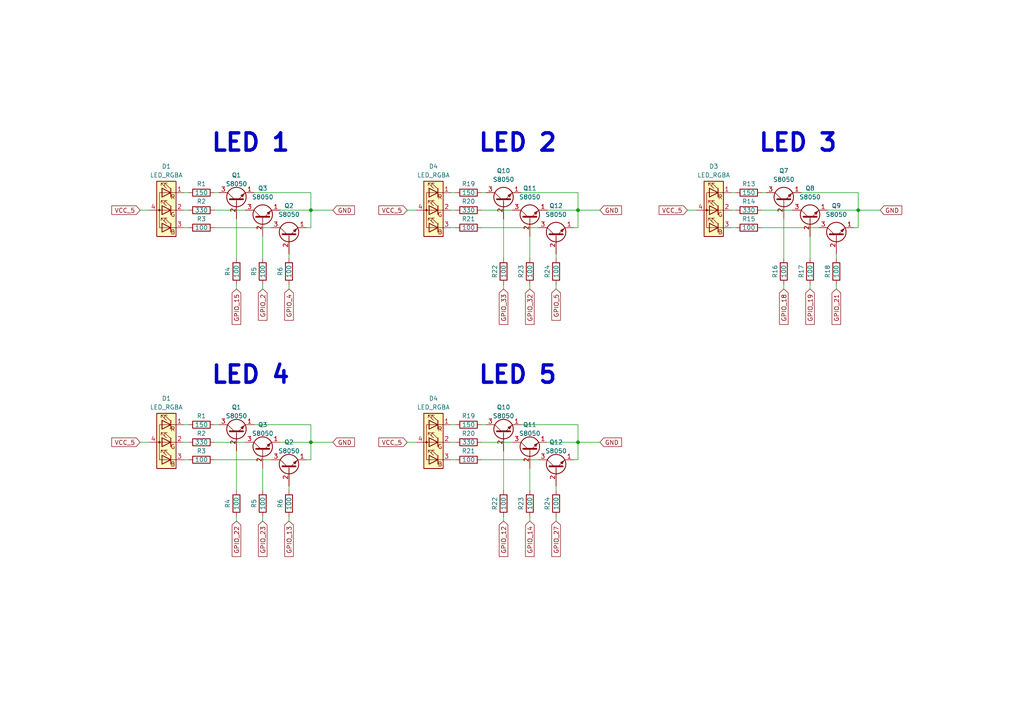
<source format=kicad_sch>
(kicad_sch (version 20230121) (generator eeschema)
  (paper "A4")
  (title_block (title "IOTV_id4 LEDS") (date "2023-07-24") (company "Вербкин М.С."))
  (lib_symbols
    (symbol "Device:LED_RGBA" (pin_names (offset 0) hide)
      (property "Reference" "D" (at 0 9.398 0))
      (property "Value" "LED_RGBA" (at 0 -8.89 0))
      (symbol "LED_RGBA_0_0"
        (text "B" (at -1.905 -6.35 0) (effects (font (size 1.27 1.27))))
        (text "G" (at -1.905 -1.27 0) (effects (font (size 1.27 1.27))))
        (text "R" (at -1.905 3.81 0) (effects (font (size 1.27 1.27))))
      )
      (symbol "LED_RGBA_0_1"
        (polyline (pts (xy -1.27 -5.08) (xy -2.54 -5.08)))
        (polyline (pts (xy -1.27 -5.08) (xy 1.27 -5.08)))
        (polyline (pts (xy -1.27 -3.81) (xy -1.27 -6.35)) (stroke (width 0.254)))
        (polyline (pts (xy -1.27 0) (xy -2.54 0)))
        (polyline (pts (xy -1.27 1.27) (xy -1.27 -1.27)) (stroke (width 0.254)))
        (polyline (pts (xy -1.27 5.08) (xy -2.54 5.08)))
        (polyline (pts (xy -1.27 5.08) (xy 1.27 5.08)))
        (polyline (pts (xy -1.27 6.35) (xy -1.27 3.81)) (stroke (width 0.254)))
        (polyline (pts (xy 1.27 0) (xy -1.27 0)))
        (polyline (pts (xy 1.27 0) (xy 2.54 0)))
        (polyline (pts (xy -1.27 1.27) (xy -1.27 -1.27) (xy -1.27 -1.27)))
        (polyline (pts (xy -1.27 6.35) (xy -1.27 3.81) (xy -1.27 3.81)))
        (polyline (pts (xy 1.27 -5.08) (xy 2.032 -5.08) (xy 2.032 5.08) (xy 1.27 5.08)))
        (polyline (pts (xy 1.27 -3.81) (xy 1.27 -6.35) (xy -1.27 -5.08) (xy 1.27 -3.81)) (stroke (width 0.254)))
        (polyline (pts (xy 1.27 1.27) (xy 1.27 -1.27) (xy -1.27 0) (xy 1.27 1.27)) (stroke (width 0.254)))
        (polyline (pts (xy 1.27 6.35) (xy 1.27 3.81) (xy -1.27 5.08) (xy 1.27 6.35)) (stroke (width 0.254)))
        (polyline (pts (xy -1.016 -3.81) (xy 0.508 -2.286) (xy -0.254 -2.286) (xy 0.508 -2.286) (xy 0.508 -3.048)))
        (polyline (pts (xy -1.016 1.27) (xy 0.508 2.794) (xy -0.254 2.794) (xy 0.508 2.794) (xy 0.508 2.032)))
        (polyline (pts (xy -1.016 6.35) (xy 0.508 7.874) (xy -0.254 7.874) (xy 0.508 7.874) (xy 0.508 7.112)))
        (polyline (pts (xy 0 -3.81) (xy 1.524 -2.286) (xy 0.762 -2.286) (xy 1.524 -2.286) (xy 1.524 -3.048)))
        (polyline (pts (xy 0 1.27) (xy 1.524 2.794) (xy 0.762 2.794) (xy 1.524 2.794) (xy 1.524 2.032)))
        (polyline (pts (xy 0 6.35) (xy 1.524 7.874) (xy 0.762 7.874) (xy 1.524 7.874) (xy 1.524 7.112)))
        (rectangle (start 1.27 -1.27) (end 1.27 1.27))
        (rectangle (start 1.27 1.27) (end 1.27 1.27))
        (rectangle (start 1.27 3.81) (end 1.27 6.35))
        (rectangle (start 1.27 6.35) (end 1.27 6.35))
        (circle (center 2.032 0) (radius 0.254) (fill (type outline)))
        (rectangle (start 2.794 8.382) (end -2.794 -7.62) (stroke (width 0.254)) (fill (type background)))
      )
      (symbol "LED_RGBA_1_1"
        (pin passive line (at -5.08 5.08 0) (length 2.54) (name "RK") (number "1"))
        (pin passive line (at -5.08 0 0) (length 2.54) (name "GK") (number "2"))
        (pin passive line (at -5.08 -5.08 0) (length 2.54) (name "BK") (number "3"))
        (pin passive line (at 5.08 0 180) (length 2.54) (name "A") (number "4"))
      )
    )
    (symbol "Device:R" (pin_numbers hide) (pin_names (offset 0))
      (property "Reference" "R" (at 2.032 0 90))
      (property "Value" "R" (at 0 0 90))
      (symbol "R_0_1"
        (rectangle (start -1.016 -2.54) (end 1.016 2.54) (stroke (width 0.254)))
      )
      (symbol "R_1_1"
        (pin passive line (at 0 3.81 270) (length 1.27) (name "~") (number "1"))
        (pin passive line (at 0 -3.81 90) (length 1.27) (name "~") (number "2"))
      )
    )
    (symbol "Transistor_BJT:S8050" (pin_names (offset 0) hide)
      (property "Reference" "Q" (at 5.08 1.905 0))
      (property "Value" "S8050" (at 5.08 0 0))
      (symbol "S8050_0_1"
        (polyline (pts (xy 0 0) (xy 0.635 0)))
        (polyline (pts (xy 0.635 0.635) (xy 2.54 2.54)))
        (polyline (pts (xy 0.635 -0.635) (xy 2.54 -2.54) (xy 2.54 -2.54)))
        (polyline (pts (xy 0.635 1.905) (xy 0.635 -1.905) (xy 0.635 -1.905)) (stroke (width 0.508)))
        (polyline (pts (xy 1.27 -1.778) (xy 1.778 -1.27) (xy 2.286 -2.286) (xy 1.27 -1.778) (xy 1.27 -1.778)) (fill (type outline)))
        (circle (center 1.27 0) (radius 2.8194) (stroke (width 0.254)))
      )
      (symbol "S8050_1_1"
        (pin passive line (at 2.54 -5.08 90) (length 2.54) (name "E") (number "1"))
        (pin input line (at -5.08 0 0) (length 5.08) (name "B") (number "2"))
        (pin passive line (at 2.54 5.08 270) (length 2.54) (name "C") (number "3"))
      )
    )
  )
  (junction (at 167.64 60.96))
  (junction (at 90.17 128.27))
  (junction (at 167.64 128.27))
  (junction (at 248.92 60.96))
  (junction (at 90.17 60.96))
  (wire (pts (xy 167.64 55.88) (xy 167.64 60.96)))
  (wire (pts (xy 167.64 60.96) (xy 173.99 60.96)))
  (wire (pts (xy 40.64 60.96) (xy 43.18 60.96)))
  (wire (pts (xy 62.23 60.96) (xy 71.12 60.96)))
  (wire (pts (xy 76.2 149.86) (xy 76.2 151.13)))
  (wire (pts (xy 139.7 123.19) (xy 140.97 123.19)))
  (wire (pts (xy 146.05 130.81) (xy 146.05 142.24)))
  (wire (pts (xy 248.92 55.88) (xy 248.92 60.96)))
  (wire (pts (xy 139.7 60.96) (xy 148.59 60.96)))
  (wire (pts (xy 81.28 128.27) (xy 90.17 128.27)))
  (wire (pts (xy 167.64 128.27) (xy 167.64 133.35)))
  (wire (pts (xy 62.23 123.19) (xy 63.5 123.19)))
  (wire (pts (xy 240.03 60.96) (xy 248.92 60.96)))
  (wire (pts (xy 220.98 66.04) (xy 237.49 66.04)))
  (wire (pts (xy 62.23 128.27) (xy 71.12 128.27)))
  (wire (pts (xy 139.7 55.88) (xy 140.97 55.88)))
  (wire (pts (xy 40.64 128.27) (xy 43.18 128.27)))
  (wire (pts (xy 242.57 73.66) (xy 242.57 74.93)))
  (wire (pts (xy 220.98 60.96) (xy 229.87 60.96)))
  (wire (pts (xy 242.57 82.55) (xy 242.57 83.82)))
  (wire (pts (xy 212.09 60.96) (xy 213.36 60.96)))
  (wire (pts (xy 146.05 82.55) (xy 146.05 83.82)))
  (wire (pts (xy 167.64 123.19) (xy 167.64 128.27)))
  (wire (pts (xy 167.64 60.96) (xy 167.64 66.04)))
  (wire (pts (xy 83.82 149.86) (xy 83.82 151.13)))
  (wire (pts (xy 83.82 73.66) (xy 83.82 74.93)))
  (wire (pts (xy 161.29 149.86) (xy 161.29 151.13)))
  (wire (pts (xy 227.33 82.55) (xy 227.33 83.82)))
  (wire (pts (xy 130.81 123.19) (xy 132.08 123.19)))
  (wire (pts (xy 158.75 60.96) (xy 167.64 60.96)))
  (wire (pts (xy 212.09 66.04) (xy 213.36 66.04)))
  (wire (pts (xy 68.58 130.81) (xy 68.58 142.24)))
  (wire (pts (xy 161.29 73.66) (xy 161.29 74.93)))
  (wire (pts (xy 76.2 135.89) (xy 76.2 142.24)))
  (wire (pts (xy 167.64 66.04) (xy 166.37 66.04)))
  (wire (pts (xy 220.98 55.88) (xy 222.25 55.88)))
  (wire (pts (xy 76.2 82.55) (xy 76.2 83.82)))
  (wire (pts (xy 53.34 55.88) (xy 54.61 55.88)))
  (wire (pts (xy 234.95 82.55) (xy 234.95 83.82)))
  (wire (pts (xy 146.05 149.86) (xy 146.05 151.13)))
  (wire (pts (xy 161.29 82.55) (xy 161.29 83.82)))
  (wire (pts (xy 151.13 55.88) (xy 167.64 55.88)))
  (wire (pts (xy 167.64 133.35) (xy 166.37 133.35)))
  (wire (pts (xy 130.81 133.35) (xy 132.08 133.35)))
  (wire (pts (xy 90.17 60.96) (xy 90.17 66.04)))
  (wire (pts (xy 151.13 123.19) (xy 167.64 123.19)))
  (wire (pts (xy 158.75 128.27) (xy 167.64 128.27)))
  (wire (pts (xy 68.58 82.55) (xy 68.58 83.82)))
  (wire (pts (xy 234.95 68.58) (xy 234.95 74.93)))
  (wire (pts (xy 90.17 133.35) (xy 88.9 133.35)))
  (wire (pts (xy 90.17 60.96) (xy 96.52 60.96)))
  (wire (pts (xy 227.33 63.5) (xy 227.33 74.93)))
  (wire (pts (xy 118.11 60.96) (xy 120.65 60.96)))
  (wire (pts (xy 73.66 55.88) (xy 90.17 55.88)))
  (wire (pts (xy 81.28 60.96) (xy 90.17 60.96)))
  (wire (pts (xy 68.58 149.86) (xy 68.58 151.13)))
  (wire (pts (xy 248.92 60.96) (xy 248.92 66.04)))
  (wire (pts (xy 68.58 63.5) (xy 68.58 74.93)))
  (wire (pts (xy 118.11 128.27) (xy 120.65 128.27)))
  (wire (pts (xy 83.82 140.97) (xy 83.82 142.24)))
  (wire (pts (xy 90.17 128.27) (xy 90.17 133.35)))
  (wire (pts (xy 53.34 133.35) (xy 54.61 133.35)))
  (wire (pts (xy 153.67 82.55) (xy 153.67 83.82)))
  (wire (pts (xy 73.66 123.19) (xy 90.17 123.19)))
  (wire (pts (xy 53.34 128.27) (xy 54.61 128.27)))
  (wire (pts (xy 90.17 123.19) (xy 90.17 128.27)))
  (wire (pts (xy 130.81 66.04) (xy 132.08 66.04)))
  (wire (pts (xy 53.34 60.96) (xy 54.61 60.96)))
  (wire (pts (xy 83.82 82.55) (xy 83.82 83.82)))
  (wire (pts (xy 90.17 128.27) (xy 96.52 128.27)))
  (wire (pts (xy 232.41 55.88) (xy 248.92 55.88)))
  (wire (pts (xy 130.81 60.96) (xy 132.08 60.96)))
  (wire (pts (xy 153.67 135.89) (xy 153.67 142.24)))
  (wire (pts (xy 139.7 66.04) (xy 156.21 66.04)))
  (wire (pts (xy 53.34 123.19) (xy 54.61 123.19)))
  (wire (pts (xy 53.34 66.04) (xy 54.61 66.04)))
  (wire (pts (xy 130.81 128.27) (xy 132.08 128.27)))
  (wire (pts (xy 153.67 149.86) (xy 153.67 151.13)))
  (wire (pts (xy 139.7 128.27) (xy 148.59 128.27)))
  (wire (pts (xy 199.39 60.96) (xy 201.93 60.96)))
  (wire (pts (xy 248.92 60.96) (xy 255.27 60.96)))
  (wire (pts (xy 212.09 55.88) (xy 213.36 55.88)))
  (wire (pts (xy 62.23 66.04) (xy 78.74 66.04)))
  (wire (pts (xy 167.64 128.27) (xy 173.99 128.27)))
  (wire (pts (xy 139.7 133.35) (xy 156.21 133.35)))
  (wire (pts (xy 62.23 133.35) (xy 78.74 133.35)))
  (wire (pts (xy 90.17 55.88) (xy 90.17 60.96)))
  (wire (pts (xy 62.23 55.88) (xy 63.5 55.88)))
  (wire (pts (xy 90.17 66.04) (xy 88.9 66.04)))
  (wire (pts (xy 161.29 140.97) (xy 161.29 142.24)))
  (wire (pts (xy 146.05 63.5) (xy 146.05 74.93)))
  (wire (pts (xy 130.81 55.88) (xy 132.08 55.88)))
  (wire (pts (xy 248.92 66.04) (xy 247.65 66.04)))
  (wire (pts (xy 76.2 68.58) (xy 76.2 74.93)))
  (wire (pts (xy 153.67 68.58) (xy 153.67 74.93)))
  (text "LED 1" (at 60.96 44.45 0) (effects (font (size 5 5) (thickness 1) bold) (justify left bottom)))
  (text "LED 5" (at 138.43 111.76 0) (effects (font (size 5 5) (thickness 1) bold) (justify left bottom)))
  (text "LED 3" (at 219.71 44.45 0) (effects (font (size 5 5) (thickness 1) bold) (justify left bottom)))
  (text "LED 4" (at 60.96 111.76 0) (effects (font (size 5 5) (thickness 1) bold) (justify left bottom)))
  (text "LED 2" (at 138.43 44.45 0) (effects (font (size 5 5) (thickness 1) bold) (justify left bottom)))
  (global_label "GPIO_12" (shape input) (at 146.05 151.13 270) (property "Intersheetrefs" "${INTERSHEET_REFS}" (effects hide)))
  (global_label "GPIO_18" (shape input) (at 227.33 83.82 270) (property "Intersheetrefs" "${INTERSHEET_REFS}" (effects hide)))
  (global_label "GPIO_4" (shape input) (at 83.82 83.82 270) (property "Intersheetrefs" "${INTERSHEET_REFS}" (effects hide)))
  (global_label "GND" (shape input) (at 173.99 60.96 0) (property "Intersheetrefs" "${INTERSHEET_REFS}" (effects hide)))
  (global_label "GPIO_15" (shape input) (at 68.58 83.82 270) (property "Intersheetrefs" "${INTERSHEET_REFS}" (effects hide)))
  (global_label "GPIO_32" (shape input) (at 153.67 83.82 270) (property "Intersheetrefs" "${INTERSHEET_REFS}" (effects hide)))
  (global_label "GPIO_14" (shape input) (at 153.67 151.13 270) (property "Intersheetrefs" "${INTERSHEET_REFS}" (effects hide)))
  (global_label "GND" (shape input) (at 173.99 128.27 0) (property "Intersheetrefs" "${INTERSHEET_REFS}" (effects hide)))
  (global_label "GND" (shape input) (at 96.52 60.96 0) (property "Intersheetrefs" "${INTERSHEET_REFS}" (effects hide)))
  (global_label "VCC_5" (shape input) (at 40.64 128.27 180) (property "Intersheetrefs" "${INTERSHEET_REFS}" (effects hide)))
  (global_label "GPIO_19" (shape input) (at 234.95 83.82 270) (property "Intersheetrefs" "${INTERSHEET_REFS}" (effects hide)))
  (global_label "GPIO_27" (shape input) (at 161.29 151.13 270) (property "Intersheetrefs" "${INTERSHEET_REFS}" (effects hide)))
  (global_label "GPIO_21" (shape input) (at 242.57 83.82 270) (property "Intersheetrefs" "${INTERSHEET_REFS}" (effects hide)))
  (global_label "GPIO_2" (shape input) (at 76.2 83.82 270) (property "Intersheetrefs" "${INTERSHEET_REFS}" (effects hide)))
  (global_label "GND" (shape input) (at 96.52 128.27 0) (property "Intersheetrefs" "${INTERSHEET_REFS}" (effects hide)))
  (global_label "VCC_5" (shape input) (at 118.11 60.96 180) (property "Intersheetrefs" "${INTERSHEET_REFS}" (effects hide)))
  (global_label "VCC_5" (shape input) (at 118.11 128.27 180) (property "Intersheetrefs" "${INTERSHEET_REFS}" (effects hide)))
  (global_label "GPIO_5" (shape input) (at 161.29 83.82 270) (property "Intersheetrefs" "${INTERSHEET_REFS}" (effects hide)))
  (global_label "GPIO_23" (shape input) (at 76.2 151.13 270) (property "Intersheetrefs" "${INTERSHEET_REFS}" (effects hide)))
  (global_label "GPIO_22" (shape input) (at 68.58 151.13 270) (property "Intersheetrefs" "${INTERSHEET_REFS}" (effects hide)))
  (global_label "VCC_5" (shape input) (at 199.39 60.96 180) (property "Intersheetrefs" "${INTERSHEET_REFS}" (effects hide)))
  (global_label "VCC_5" (shape input) (at 40.64 60.96 180) (property "Intersheetrefs" "${INTERSHEET_REFS}" (effects hide)))
  (global_label "GPIO_13" (shape input) (at 83.82 151.13 270) (property "Intersheetrefs" "${INTERSHEET_REFS}" (effects hide)))
  (global_label "GPIO_33" (shape input) (at 146.05 83.82 270) (property "Intersheetrefs" "${INTERSHEET_REFS}" (effects hide)))
  (global_label "GND" (shape input) (at 255.27 60.96 0) (property "Intersheetrefs" "${INTERSHEET_REFS}" (effects hide)))
  (symbol (lib_id "Device:R") (at 135.89 133.35 90) (unit 1)
    (property "Reference" "R21" (at 135.89 130.81 90))
    (property "Value" "100" (at 135.89 133.35 90))
    (property "Footprint" "Resistor_SMD:R_1206_3216Metric" (effects hide))
    (property "Sim.Device" "R" (effects hide))
    (property "Sim.Pins" "1=+ 2=-" (effects hide))
    (instances (project "id4" (path "" (reference "R21") (unit 1)) (path "" (reference "R27") (unit 1))))
  )
  (symbol (lib_id "Device:LED_RGBA") (at 48.26 128.27 0) (mirror y) (unit 1)
    (property "Reference" "D1" (at 48.26 115.57 0))
    (property "Value" "LED_RGBA" (at 48.26 118.11 0))
    (property "Footprint" "LED_THT:LED_D5.0mm-4_RGB" (effects hide))
    (property "Sim.Device" "R" (effects hide))
    (property "Sim.Pins" "1=+ 2=-" (effects hide))
    (property "Sim.Params" "r=\"\"" (effects hide))
    (instances (project "id4" (path "" (reference "D1") (unit 1)) (path "" (reference "D4") (unit 1))))
  )
  (symbol (lib_id "Transistor_BJT:S8050") (at 227.33 58.42 90) (unit 1)
    (property "Reference" "Q7" (at 227.33 49.53 90))
    (property "Value" "S8050" (at 227.33 52.07 90))
    (property "Footprint" "Package_TO_SOT_SMD:SOT-23" (effects hide))
    (property "Datasheet" "http://www.unisonic.com.tw/datasheet/S8050.pdf" (effects hide))
    (property "Sim.Device" "NPN" (effects hide))
    (property "Sim.Type" "VBIC" (effects hide))
    (property "Sim.Pins" "1=C 2=B 3=E" (effects hide))
  )
  (symbol (lib_id "Device:R") (at 58.42 128.27 90) (unit 1)
    (property "Reference" "R2" (at 58.42 125.73 90))
    (property "Value" "330" (at 58.42 128.27 90))
    (property "Footprint" "Resistor_SMD:R_1206_3216Metric" (effects hide))
    (instances (project "id4" (path "" (reference "R2") (unit 1)) (path "" (reference "R8") (unit 1))))
  )
  (symbol (lib_id "Device:R") (at 161.29 146.05 180) (unit 1)
    (property "Reference" "R24" (at 158.75 146.05 90))
    (property "Value" "100" (at 161.29 146.05 90))
    (property "Footprint" "Resistor_SMD:R_1206_3216Metric" (effects hide))
    (property "Sim.Device" "R" (effects hide))
    (property "Sim.Pins" "1=+ 2=-" (effects hide))
    (instances (project "id4" (path "" (reference "R24") (unit 1)) (path "" (reference "R30") (unit 1))))
  )
  (symbol (lib_id "Transistor_BJT:S8050") (at 161.29 135.89 90) (unit 1)
    (property "Reference" "Q12" (at 161.29 128.27 90))
    (property "Value" "S8050" (at 161.29 130.81 90))
    (property "Footprint" "Package_TO_SOT_SMD:SOT-23" (effects hide))
    (property "Datasheet" "http://www.unisonic.com.tw/datasheet/S8050.pdf" (effects hide))
    (property "Sim.Device" "NPN" (effects hide))
    (property "Sim.Type" "VBIC" (effects hide))
    (property "Sim.Pins" "1=C 2=B 3=E" (effects hide))
    (instances (project "id4" (path "" (reference "Q12") (unit 1)) (path "" (reference "Q15") (unit 1))))
  )
  (symbol (lib_id "Device:R") (at 83.82 78.74 180) (unit 1)
    (property "Reference" "R6" (at 81.28 78.74 90))
    (property "Value" "100" (at 83.82 78.74 90))
    (property "Footprint" "Resistor_SMD:R_1206_3216Metric" (effects hide))
    (property "Sim.Device" "R" (effects hide))
    (property "Sim.Pins" "1=+ 2=-" (effects hide))
  )
  (symbol (lib_id "Device:R") (at 58.42 123.19 90) (unit 1)
    (property "Reference" "R1" (at 58.42 120.65 90))
    (property "Value" "150" (at 58.42 123.19 90))
    (property "Footprint" "Resistor_SMD:R_1206_3216Metric" (effects hide))
    (instances (project "id4" (path "" (reference "R1") (unit 1)) (path "" (reference "R7") (unit 1))))
  )
  (symbol (lib_id "Device:R") (at 217.17 66.04 90) (unit 1)
    (property "Reference" "R15" (at 217.17 63.5 90))
    (property "Value" "100" (at 217.17 66.04 90))
    (property "Footprint" "Resistor_SMD:R_1206_3216Metric" (effects hide))
    (property "Sim.Device" "R" (effects hide))
    (property "Sim.Pins" "1=+ 2=-" (effects hide))
  )
  (symbol (lib_id "Device:R") (at 135.89 55.88 90) (unit 1)
    (property "Reference" "R19" (at 135.89 53.34 90))
    (property "Value" "150" (at 135.89 55.88 90))
    (property "Footprint" "Resistor_SMD:R_1206_3216Metric" (effects hide))
  )
  (symbol (lib_id "Device:LED_RGBA") (at 125.73 128.27 0) (mirror y) (unit 1)
    (property "Reference" "D4" (at 125.73 115.57 0))
    (property "Value" "LED_RGBA" (at 125.73 118.11 0))
    (property "Footprint" "LED_THT:LED_D5.0mm-4_RGB" (effects hide))
    (property "Sim.Device" "R" (effects hide))
    (property "Sim.Pins" "1=+ 2=-" (effects hide))
    (property "Sim.Params" "r=\"\"" (effects hide))
    (instances (project "id4" (path "" (reference "D4") (unit 1)) (path "" (reference "D5") (unit 1))))
  )
  (symbol (lib_id "Device:R") (at 76.2 78.74 180) (unit 1)
    (property "Reference" "R5" (at 73.66 78.74 90))
    (property "Value" "100" (at 76.2 78.74 90))
    (property "Footprint" "Resistor_SMD:R_1206_3216Metric" (effects hide))
  )
  (symbol (lib_id "Device:R") (at 58.42 55.88 90) (unit 1)
    (property "Reference" "R1" (at 58.42 53.34 90))
    (property "Value" "150" (at 58.42 55.88 90))
    (property "Footprint" "Resistor_SMD:R_1206_3216Metric" (effects hide))
  )
  (symbol (lib_id "Transistor_BJT:S8050") (at 68.58 125.73 90) (unit 1)
    (property "Reference" "Q1" (at 68.58 118.11 90))
    (property "Value" "S8050" (at 68.58 120.65 90))
    (property "Footprint" "Package_TO_SOT_SMD:SOT-23" (effects hide))
    (property "Datasheet" "http://www.unisonic.com.tw/datasheet/S8050.pdf" (effects hide))
    (property "Sim.Device" "NPN" (effects hide))
    (property "Sim.Type" "VBIC" (effects hide))
    (property "Sim.Pins" "1=C 2=B 3=E" (effects hide))
    (instances (project "id4" (path "" (reference "Q1") (unit 1)) (path "" (reference "Q4") (unit 1))))
  )
  (symbol (lib_id "Transistor_BJT:S8050") (at 76.2 130.81 90) (unit 1)
    (property "Reference" "Q3" (at 76.2 123.19 90))
    (property "Value" "S8050" (at 76.2 125.73 90))
    (property "Footprint" "Package_TO_SOT_SMD:SOT-23" (effects hide))
    (property "Datasheet" "http://www.unisonic.com.tw/datasheet/S8050.pdf" (effects hide))
    (property "Sim.Device" "NPN" (effects hide))
    (property "Sim.Type" "VBIC" (effects hide))
    (property "Sim.Pins" "1=C 2=B 3=E" (effects hide))
    (instances (project "id4" (path "" (reference "Q3") (unit 1)) (path "" (reference "Q5") (unit 1))))
  )
  (symbol (lib_id "Transistor_BJT:S8050") (at 68.58 58.42 90) (unit 1)
    (property "Reference" "Q1" (at 68.58 50.8 90))
    (property "Value" "S8050" (at 68.58 53.34 90))
    (property "Footprint" "Package_TO_SOT_SMD:SOT-23" (effects hide))
    (property "Datasheet" "http://www.unisonic.com.tw/datasheet/S8050.pdf" (effects hide))
    (property "Sim.Device" "NPN" (effects hide))
    (property "Sim.Type" "VBIC" (effects hide))
    (property "Sim.Pins" "1=C 2=B 3=E" (effects hide))
  )
  (symbol (lib_id "Transistor_BJT:S8050") (at 146.05 58.42 90) (unit 1)
    (property "Reference" "Q10" (at 146.05 49.53 90))
    (property "Value" "S8050" (at 146.05 52.07 90))
    (property "Footprint" "Package_TO_SOT_SMD:SOT-23" (effects hide))
    (property "Datasheet" "http://www.unisonic.com.tw/datasheet/S8050.pdf" (effects hide))
    (property "Sim.Device" "NPN" (effects hide))
    (property "Sim.Type" "VBIC" (effects hide))
    (property "Sim.Pins" "1=C 2=B 3=E" (effects hide))
  )
  (symbol (lib_id "Device:R") (at 146.05 146.05 180) (unit 1)
    (property "Reference" "R22" (at 143.51 146.05 90))
    (property "Value" "100" (at 146.05 146.05 90))
    (property "Footprint" "Resistor_SMD:R_1206_3216Metric" (effects hide))
    (instances (project "id4" (path "" (reference "R22") (unit 1)) (path "" (reference "R28") (unit 1))))
  )
  (symbol (lib_id "Device:R") (at 68.58 146.05 180) (unit 1)
    (property "Reference" "R4" (at 66.04 146.05 90))
    (property "Value" "100" (at 68.58 146.05 90))
    (property "Footprint" "Resistor_SMD:R_1206_3216Metric" (effects hide))
    (instances (project "id4" (path "" (reference "R4") (unit 1)) (path "" (reference "R10") (unit 1))))
  )
  (symbol (lib_id "Device:R") (at 135.89 128.27 90) (unit 1)
    (property "Reference" "R20" (at 135.89 125.73 90))
    (property "Value" "330" (at 135.89 128.27 90))
    (property "Footprint" "Resistor_SMD:R_1206_3216Metric" (effects hide))
    (instances (project "id4" (path "" (reference "R20") (unit 1)) (path "" (reference "R26") (unit 1))))
  )
  (symbol (lib_id "Device:R") (at 58.42 66.04 90) (unit 1)
    (property "Reference" "R3" (at 58.42 63.5 90))
    (property "Value" "100" (at 58.42 66.04 90))
    (property "Footprint" "Resistor_SMD:R_1206_3216Metric" (effects hide))
    (property "Sim.Device" "R" (effects hide))
    (property "Sim.Pins" "1=+ 2=-" (effects hide))
  )
  (symbol (lib_id "Transistor_BJT:S8050") (at 83.82 68.58 90) (unit 1)
    (property "Reference" "Q2" (at 83.82 59.69 90))
    (property "Value" "S8050" (at 83.82 62.23 90))
    (property "Footprint" "Package_TO_SOT_SMD:SOT-23" (effects hide))
    (property "Datasheet" "http://www.unisonic.com.tw/datasheet/S8050.pdf" (effects hide))
    (property "Sim.Device" "NPN" (effects hide))
    (property "Sim.Type" "VBIC" (effects hide))
    (property "Sim.Pins" "1=C 2=B 3=E" (effects hide))
  )
  (symbol (lib_id "Transistor_BJT:S8050") (at 146.05 125.73 90) (unit 1)
    (property "Reference" "Q10" (at 146.05 118.11 90))
    (property "Value" "S8050" (at 146.05 120.65 90))
    (property "Footprint" "Package_TO_SOT_SMD:SOT-23" (effects hide))
    (property "Datasheet" "http://www.unisonic.com.tw/datasheet/S8050.pdf" (effects hide))
    (property "Sim.Device" "NPN" (effects hide))
    (property "Sim.Type" "VBIC" (effects hide))
    (property "Sim.Pins" "1=C 2=B 3=E" (effects hide))
    (instances (project "id4" (path "" (reference "Q10") (unit 1)) (path "" (reference "Q13") (unit 1))))
  )
  (symbol (lib_id "Device:LED_RGBA") (at 125.73 60.96 0) (mirror y) (unit 1)
    (property "Reference" "D4" (at 125.73 48.26 0))
    (property "Value" "LED_RGBA" (at 125.73 50.8 0))
    (property "Footprint" "LED_THT:LED_D5.0mm-4_RGB" (effects hide))
    (property "Sim.Device" "R" (effects hide))
    (property "Sim.Pins" "1=+ 2=-" (effects hide))
    (property "Sim.Params" "r=\"\"" (effects hide))
    (instances (project "id4" (path "" (reference "D4") (unit 1)) (path "" (reference "D2") (unit 1))))
  )
  (symbol (lib_id "Device:R") (at 135.89 123.19 90) (unit 1)
    (property "Reference" "R19" (at 135.89 120.65 90))
    (property "Value" "150" (at 135.89 123.19 90))
    (property "Footprint" "Resistor_SMD:R_1206_3216Metric" (effects hide))
    (instances (project "id4" (path "" (reference "R19") (unit 1)) (path "" (reference "R25") (unit 1))))
  )
  (symbol (lib_id "Device:R") (at 135.89 60.96 90) (unit 1)
    (property "Reference" "R20" (at 135.89 58.42 90))
    (property "Value" "330" (at 135.89 60.96 90))
    (property "Footprint" "Resistor_SMD:R_1206_3216Metric" (effects hide))
  )
  (symbol (lib_id "Device:R") (at 68.58 78.74 180) (unit 1)
    (property "Reference" "R4" (at 66.04 78.74 90))
    (property "Value" "100" (at 68.58 78.74 90))
    (property "Footprint" "Resistor_SMD:R_1206_3216Metric" (effects hide))
  )
  (symbol (lib_id "Device:R") (at 58.42 133.35 90) (unit 1)
    (property "Reference" "R3" (at 58.42 130.81 90))
    (property "Value" "100" (at 58.42 133.35 90))
    (property "Footprint" "Resistor_SMD:R_1206_3216Metric" (effects hide))
    (property "Sim.Device" "R" (effects hide))
    (property "Sim.Pins" "1=+ 2=-" (effects hide))
    (instances (project "id4" (path "" (reference "R3") (unit 1)) (path "" (reference "R9") (unit 1))))
  )
  (symbol (lib_id "Device:LED_RGBA") (at 48.26 60.96 0) (mirror y) (unit 1)
    (property "Reference" "D1" (at 48.26 48.26 0))
    (property "Value" "LED_RGBA" (at 48.26 50.8 0))
    (property "Footprint" "LED_THT:LED_D5.0mm-4_RGB" (effects hide))
    (property "Sim.Device" "R" (effects hide))
    (property "Sim.Pins" "1=+ 2=-" (effects hide))
    (property "Sim.Params" "r=\"\"" (effects hide))
  )
  (symbol (lib_id "Device:R") (at 153.67 146.05 180) (unit 1)
    (property "Reference" "R23" (at 151.13 146.05 90))
    (property "Value" "100" (at 153.67 146.05 90))
    (property "Footprint" "Resistor_SMD:R_1206_3216Metric" (effects hide))
    (instances (project "id4" (path "" (reference "R23") (unit 1)) (path "" (reference "R29") (unit 1))))
  )
  (symbol (lib_id "Device:LED_RGBA") (at 207.01 60.96 0) (mirror y) (unit 1)
    (property "Reference" "D3" (at 207.01 48.26 0))
    (property "Value" "LED_RGBA" (at 207.01 50.8 0))
    (property "Footprint" "LED_THT:LED_D5.0mm-4_RGB" (effects hide))
    (property "Sim.Device" "R" (effects hide))
    (property "Sim.Pins" "1=+ 2=-" (effects hide))
    (property "Sim.Params" "r=\"\"" (effects hide))
  )
  (symbol (lib_id "Device:R") (at 234.95 78.74 180) (unit 1)
    (property "Reference" "R17" (at 232.41 78.74 90))
    (property "Value" "100" (at 234.95 78.74 90))
    (property "Footprint" "Resistor_SMD:R_1206_3216Metric" (effects hide))
  )
  (symbol (lib_id "Device:R") (at 153.67 78.74 180) (unit 1)
    (property "Reference" "R23" (at 151.13 78.74 90))
    (property "Value" "100" (at 153.67 78.74 90))
    (property "Footprint" "Resistor_SMD:R_1206_3216Metric" (effects hide))
  )
  (symbol (lib_id "Device:R") (at 217.17 60.96 90) (unit 1)
    (property "Reference" "R14" (at 217.17 58.42 90))
    (property "Value" "330" (at 217.17 60.96 90))
    (property "Footprint" "Resistor_SMD:R_1206_3216Metric" (effects hide))
  )
  (symbol (lib_id "Device:R") (at 58.42 60.96 90) (unit 1)
    (property "Reference" "R2" (at 58.42 58.42 90))
    (property "Value" "330" (at 58.42 60.96 90))
    (property "Footprint" "Resistor_SMD:R_1206_3216Metric" (effects hide))
  )
  (symbol (lib_id "Transistor_BJT:S8050") (at 153.67 130.81 90) (unit 1)
    (property "Reference" "Q11" (at 153.67 123.19 90))
    (property "Value" "S8050" (at 153.67 125.73 90))
    (property "Footprint" "Package_TO_SOT_SMD:SOT-23" (effects hide))
    (property "Datasheet" "http://www.unisonic.com.tw/datasheet/S8050.pdf" (effects hide))
    (property "Sim.Device" "NPN" (effects hide))
    (property "Sim.Type" "VBIC" (effects hide))
    (property "Sim.Pins" "1=C 2=B 3=E" (effects hide))
    (instances (project "id4" (path "" (reference "Q11") (unit 1)) (path "" (reference "Q14") (unit 1))))
  )
  (symbol (lib_id "Device:R") (at 242.57 78.74 180) (unit 1)
    (property "Reference" "R18" (at 240.03 78.74 90))
    (property "Value" "100" (at 242.57 78.74 90))
    (property "Footprint" "Resistor_SMD:R_1206_3216Metric" (effects hide))
    (property "Sim.Device" "R" (effects hide))
    (property "Sim.Pins" "1=+ 2=-" (effects hide))
  )
  (symbol (lib_id "Transistor_BJT:S8050") (at 76.2 63.5 90) (unit 1)
    (property "Reference" "Q3" (at 76.2 54.61 90))
    (property "Value" "S8050" (at 76.2 57.15 90))
    (property "Footprint" "Package_TO_SOT_SMD:SOT-23" (effects hide))
    (property "Datasheet" "http://www.unisonic.com.tw/datasheet/S8050.pdf" (effects hide))
    (property "Sim.Device" "NPN" (effects hide))
    (property "Sim.Type" "VBIC" (effects hide))
    (property "Sim.Pins" "1=C 2=B 3=E" (effects hide))
  )
  (symbol (lib_id "Transistor_BJT:S8050") (at 242.57 68.58 90) (unit 1)
    (property "Reference" "Q9" (at 242.57 59.69 90))
    (property "Value" "S8050" (at 242.57 62.23 90))
    (property "Footprint" "Package_TO_SOT_SMD:SOT-23" (effects hide))
    (property "Datasheet" "http://www.unisonic.com.tw/datasheet/S8050.pdf" (effects hide))
    (property "Sim.Device" "NPN" (effects hide))
    (property "Sim.Type" "VBIC" (effects hide))
    (property "Sim.Pins" "1=C 2=B 3=E" (effects hide))
  )
  (symbol (lib_id "Transistor_BJT:S8050") (at 161.29 68.58 90) (unit 1)
    (property "Reference" "Q12" (at 161.29 59.69 90))
    (property "Value" "S8050" (at 161.29 62.23 90))
    (property "Footprint" "Package_TO_SOT_SMD:SOT-23" (effects hide))
    (property "Datasheet" "http://www.unisonic.com.tw/datasheet/S8050.pdf" (effects hide))
    (property "Sim.Device" "NPN" (effects hide))
    (property "Sim.Type" "VBIC" (effects hide))
    (property "Sim.Pins" "1=C 2=B 3=E" (effects hide))
  )
  (symbol (lib_id "Device:R") (at 135.89 66.04 90) (unit 1)
    (property "Reference" "R21" (at 135.89 63.5 90))
    (property "Value" "100" (at 135.89 66.04 90))
    (property "Footprint" "Resistor_SMD:R_1206_3216Metric" (effects hide))
    (property "Sim.Device" "R" (effects hide))
    (property "Sim.Pins" "1=+ 2=-" (effects hide))
  )
  (symbol (lib_id "Transistor_BJT:S8050") (at 83.82 135.89 90) (unit 1)
    (property "Reference" "Q2" (at 83.82 128.27 90))
    (property "Value" "S8050" (at 83.82 130.81 90))
    (property "Footprint" "Package_TO_SOT_SMD:SOT-23" (effects hide))
    (property "Datasheet" "http://www.unisonic.com.tw/datasheet/S8050.pdf" (effects hide))
    (property "Sim.Device" "NPN" (effects hide))
    (property "Sim.Type" "VBIC" (effects hide))
    (property "Sim.Pins" "1=C 2=B 3=E" (effects hide))
    (instances (project "id4" (path "" (reference "Q2") (unit 1)) (path "" (reference "Q6") (unit 1))))
  )
  (symbol (lib_id "Device:R") (at 76.2 146.05 180) (unit 1)
    (property "Reference" "R5" (at 73.66 146.05 90))
    (property "Value" "100" (at 76.2 146.05 90))
    (property "Footprint" "Resistor_SMD:R_1206_3216Metric" (effects hide))
    (instances (project "id4" (path "" (reference "R5") (unit 1)) (path "" (reference "R11") (unit 1))))
  )
  (symbol (lib_id "Device:R") (at 161.29 78.74 180) (unit 1)
    (property "Reference" "R24" (at 158.75 78.74 90))
    (property "Value" "100" (at 161.29 78.74 90))
    (property "Footprint" "Resistor_SMD:R_1206_3216Metric" (effects hide))
    (property "Sim.Device" "R" (effects hide))
    (property "Sim.Pins" "1=+ 2=-" (effects hide))
  )
  (symbol (lib_id "Device:R") (at 146.05 78.74 180) (unit 1)
    (property "Reference" "R22" (at 143.51 78.74 90))
    (property "Value" "100" (at 146.05 78.74 90))
    (property "Footprint" "Resistor_SMD:R_1206_3216Metric" (effects hide))
  )
  (symbol (lib_id "Transistor_BJT:S8050") (at 153.67 63.5 90) (unit 1)
    (property "Reference" "Q11" (at 153.67 54.61 90))
    (property "Value" "S8050" (at 153.67 57.15 90))
    (property "Footprint" "Package_TO_SOT_SMD:SOT-23" (effects hide))
    (property "Datasheet" "http://www.unisonic.com.tw/datasheet/S8050.pdf" (effects hide))
    (property "Sim.Device" "NPN" (effects hide))
    (property "Sim.Type" "VBIC" (effects hide))
    (property "Sim.Pins" "1=C 2=B 3=E" (effects hide))
  )
  (symbol (lib_id "Device:R") (at 227.33 78.74 180) (unit 1)
    (property "Reference" "R16" (at 224.79 78.74 90))
    (property "Value" "100" (at 227.33 78.74 90))
    (property "Footprint" "Resistor_SMD:R_1206_3216Metric" (effects hide))
  )
  (symbol (lib_id "Transistor_BJT:S8050") (at 234.95 63.5 90) (unit 1)
    (property "Reference" "Q8" (at 234.95 54.61 90))
    (property "Value" "S8050" (at 234.95 57.15 90))
    (property "Footprint" "Package_TO_SOT_SMD:SOT-23" (effects hide))
    (property "Datasheet" "http://www.unisonic.com.tw/datasheet/S8050.pdf" (effects hide))
    (property "Sim.Device" "NPN" (effects hide))
    (property "Sim.Type" "VBIC" (effects hide))
    (property "Sim.Pins" "1=C 2=B 3=E" (effects hide))
  )
  (symbol (lib_id "Device:R") (at 83.82 146.05 180) (unit 1)
    (property "Reference" "R6" (at 81.28 146.05 90))
    (property "Value" "100" (at 83.82 146.05 90))
    (property "Footprint" "Resistor_SMD:R_1206_3216Metric" (effects hide))
    (property "Sim.Device" "R" (effects hide))
    (property "Sim.Pins" "1=+ 2=-" (effects hide))
    (instances (project "id4" (path "" (reference "R6") (unit 1)) (path "" (reference "R12") (unit 1))))
  )
  (symbol (lib_id "Device:R") (at 217.17 55.88 90) (unit 1)
    (property "Reference" "R13" (at 217.17 53.34 90))
    (property "Value" "150" (at 217.17 55.88 90))
    (property "Footprint" "Resistor_SMD:R_1206_3216Metric" (effects hide))
  )
)
</source>
